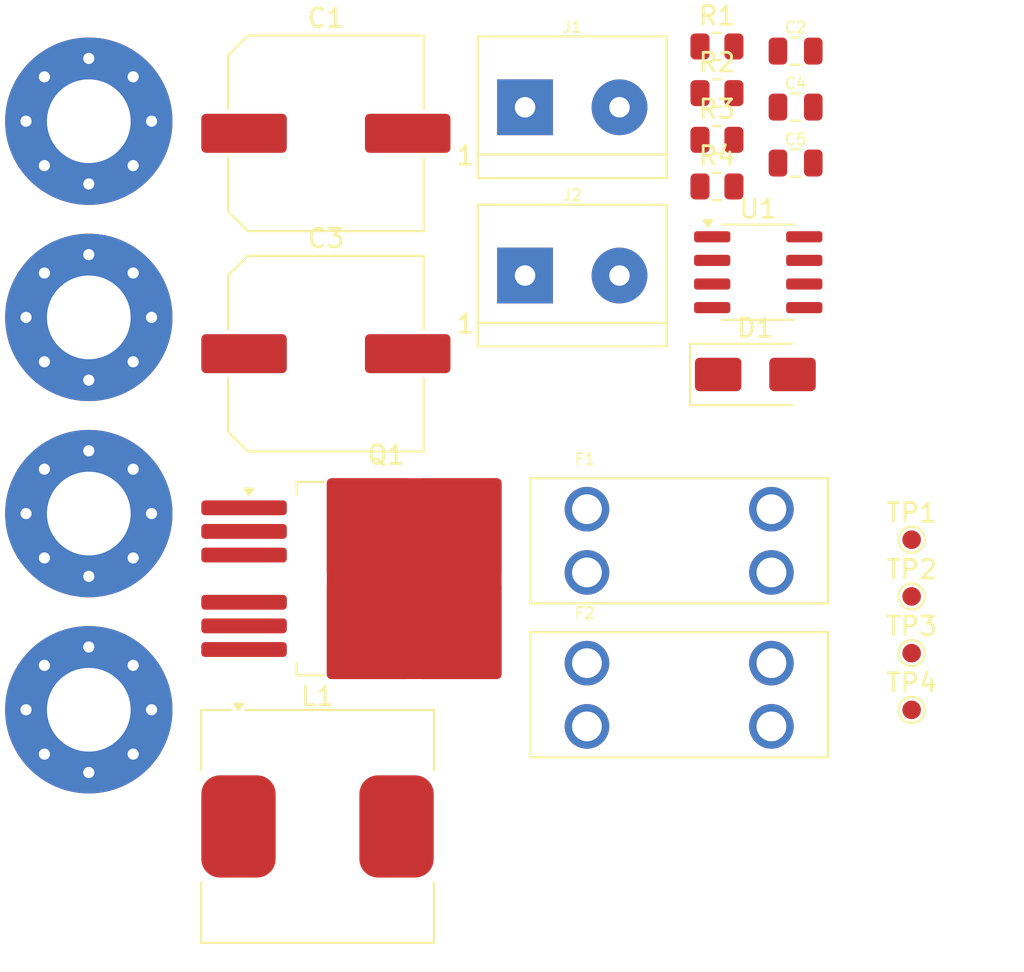
<source format=kicad_pcb>
(kicad_pcb (version 20240108) (generator "pcbnew") (generator_version "8.0")
  (layers (0 "F.Cu" signal) (31 "B.Cu" signal) (34 "B.Paste" user) (35 "F.Paste" user) (36 "B.SilkS" user "B.Silkscreen") (37 "F.SilkS" user "F.Silkscreen") (38 "B.Mask" user) (39 "F.Mask" user) (44 "Edge.Cuts" user))
  (net 0 "")
  (net 29 "Net-(Q1-S-Pad2)")
  (footprint "rsx_headers_screw:Molex_0398800302" (layer "F.Cu") (at 78.49 73.735)
    (property "Reference" "J2" (at 2.54 -4.318 0) (layer "F.SilkS") (effects (font (size 0.6 0.6) (thickness 0.1))))
    (property "Value" "Screw_Terminal_2x5.08")
    (fp_line (start -2.54 -3.81) (end -2.54 3.81) (stroke (width 0.12)) (layer "F.SilkS"))
    (fp_line (start -2.54 3.81) (end 7.62 3.81) (stroke (width 0.12)) (layer "F.SilkS"))
    (fp_line (start 7.62 -3.81) (end -2.54 -3.81) (stroke (width 0.12)) (layer "F.SilkS"))
    (fp_line (start 7.62 2.54) (end -2.54 2.54) (stroke (width 0.12)) (layer "F.SilkS"))
    (fp_line (start 7.62 3.81) (end 7.62 -3.81) (stroke (width 0.12)) (layer "F.SilkS"))
    (fp_text user "1" (at -3.2 2.6 0) (layer "F.SilkS"))
    (pad "1" thru_hole rect (at 0 0) (size 3 3) (drill 1.1) (layers "*.Cu" "*.Mask"))
    (pad "2" thru_hole circle (at 5.08 0) (size 3 3) (drill 1.1) (layers "*.Cu" "*.Mask"))
  )
  (footprint "rsx_misc:MountingHole_4.5mm_Pad_Via" (layer "F.Cu") (at 55.03 75.985)
    (property "Reference" "H2" (hide yes))
    (property "Value" "M4 PLATED")
    (pad "1" thru_hole circle (at -3.375 0) (size 0.9 0.9) (drill 0.6) (layers "*.Cu" "*.Mask"))
    (pad "1" thru_hole circle (at -2.386485 -2.386485) (size 0.9 0.9) (drill 0.6) (layers "*.Cu" "*.Mask"))
    (pad "1" thru_hole circle (at -2.386485 2.386485) (size 0.9 0.9) (drill 0.6) (layers "*.Cu" "*.Mask"))
    (pad "1" thru_hole circle (at 0 -3.375) (size 0.9 0.9) (drill 0.6) (layers "*.Cu" "*.Mask"))
    (pad "1" thru_hole circle (at 0 0) (size 9 9) (drill 4.5) (layers "*.Cu" "*.Mask"))
    (pad "1" thru_hole circle (at 0 3.375) (size 0.9 0.9) (drill 0.6) (layers "*.Cu" "*.Mask"))
    (pad "1" thru_hole circle (at 2.386485 -2.386485) (size 0.9 0.9) (drill 0.6) (layers "*.Cu" "*.Mask"))
    (pad "1" thru_hole circle (at 2.386485 2.386485) (size 0.9 0.9) (drill 0.6) (layers "*.Cu" "*.Mask"))
    (pad "1" thru_hole circle (at 3.375 0) (size 0.9 0.9) (drill 0.6) (layers "*.Cu" "*.Mask"))
  )
  (footprint "rsx_resistors:R_0805_2012Metric" (layer "F.Cu") (at 88.81 66.435)
    (property "Reference" "R3" (at 0 -1.65 0) (layer "F.SilkS"))
    (property "Value" "R")
    (fp_line (start -0.227064 -0.735) (end 0.227064 -0.735) (stroke (width 0.12)) (layer "F.SilkS"))
    (fp_line (start -0.227064 0.735) (end 0.227064 0.735) (stroke (width 0.12)) (layer "F.SilkS"))
    (pad "1" smd roundrect (at -0.9125 0) (size 1.025 1.4) (layers "F.Cu" "F.Paste" "F.Mask") (roundrect_rratio 0.243902))
    (pad "2" smd roundrect (at 0.9125 0) (size 1.025 1.4) (layers "F.Cu" "F.Paste" "F.Mask") (roundrect_rratio 0.243902))
  )
  (footprint "rsx_fuses:FUSE_3568-10" (layer "F.Cu") (at 86.78 88)
    (property "Reference" "F1" (at -5.075 -4.385 0) (layer "F.SilkS") (effects (font (size 0.6 0.6) (thickness 0.1) (bold yes))))
    (property "Value" "Fuse_Holder_Auto")
    (fp_line (start -8 -3.365) (end 8 -3.365) (stroke (width 0.127)) (layer "F.SilkS"))
    (fp_line (start -8 3.365) (end -8 -3.365) (stroke (width 0.127)) (layer "F.SilkS"))
    (fp_line (start 8 -3.365) (end 8 3.365) (stroke (width 0.127)) (layer "F.SilkS"))
    (fp_line (start 8 3.365) (end -8 3.365) (stroke (width 0.127)) (layer "F.SilkS"))
    (pad "1" thru_hole circle (at -4.96 -1.7) (size 2.4 2.4) (drill 1.6) (layers "*.Cu" "*.Mask"))
    (pad "1" thru_hole circle (at -4.96 1.7) (size 2.4 2.4) (drill 1.6) (layers "*.Cu" "*.Mask"))
    (pad "2" thru_hole circle (at 4.96 -1.7) (size 2.4 2.4) (drill 1.6) (layers "*.Cu" "*.Mask"))
    (pad "2" thru_hole circle (at 4.96 1.7) (size 2.4 2.4) (drill 1.6) (layers "*.Cu" "*.Mask"))
  )
  (footprint "rsx_misc:MountingHole_4.5mm_Pad_Via" (layer "F.Cu") (at 55.03 65.435)
    (property "Reference" "H1" (hide yes))
    (property "Value" "M4 PLATED")
    (pad "1" thru_hole circle (at -3.375 0) (size 0.9 0.9) (drill 0.6) (layers "*.Cu" "*.Mask"))
    (pad "1" thru_hole circle (at -2.386485 -2.386485) (size 0.9 0.9) (drill 0.6) (layers "*.Cu" "*.Mask"))
    (pad "1" thru_hole circle (at -2.386485 2.386485) (size 0.9 0.9) (drill 0.6) (layers "*.Cu" "*.Mask"))
    (pad "1" thru_hole circle (at 0 -3.375) (size 0.9 0.9) (drill 0.6) (layers "*.Cu" "*.Mask"))
    (pad "1" thru_hole circle (at 0 0) (size 9 9) (drill 4.5) (layers "*.Cu" "*.Mask"))
    (pad "1" thru_hole circle (at 0 3.375) (size 0.9 0.9) (drill 0.6) (layers "*.Cu" "*.Mask"))
    (pad "1" thru_hole circle (at 2.386485 -2.386485) (size 0.9 0.9) (drill 0.6) (layers "*.Cu" "*.Mask"))
    (pad "1" thru_hole circle (at 2.386485 2.386485) (size 0.9 0.9) (drill 0.6) (layers "*.Cu" "*.Mask"))
    (pad "1" thru_hole circle (at 3.375 0) (size 0.9 0.9) (drill 0.6) (layers "*.Cu" "*.Mask"))
  )
  (footprint "Capacitor_SMD:C_Elec_10x10.2" (layer "F.Cu") (at 67.78 66.085)
    (property "Reference" "C1" (at 0 -6.2 0) (layer "F.SilkS"))
    (property "Value" "C")
    (fp_line (start -5.26 -4.195563) (end -5.26 -1.31) (stroke (width 0.12)) (layer "F.SilkS"))
    (fp_line (start -5.26 -4.195563) (end -4.195563 -5.26) (stroke (width 0.12)) (layer "F.SilkS"))
    (fp_line (start -5.26 4.195563) (end -5.26 1.31) (stroke (width 0.12)) (layer "F.SilkS"))
    (fp_line (start -5.26 4.195563) (end -4.195563 5.26) (stroke (width 0.12)) (layer "F.SilkS"))
    (fp_line (start -4.195563 -5.26) (end 5.26 -5.26) (stroke (width 0.12)) (layer "F.SilkS"))
    (fp_line (start -4.195563 5.26) (end 5.26 5.26) (stroke (width 0.12)) (layer "F.SilkS"))
    (fp_line (start 5.26 -5.26) (end 5.26 -1.31) (stroke (width 0.12)) (layer "F.SilkS"))
    (fp_line (start 5.26 5.26) (end 5.26 1.31) (stroke (width 0.12)) (layer "F.SilkS"))
    (pad "1" smd roundrect (at -4.4 0) (size 4.6 2.1) (layers "F.Cu" "F.Paste" "F.Mask") (roundrect_rratio 0.119048))
    (pad "2" smd roundrect (at 4.4 0) (size 4.6 2.1) (layers "F.Cu" "F.Paste" "F.Mask") (roundrect_rratio 0.119048))
  )
  (footprint "TestPoint:TestPoint_Pad_D1.0mm" (layer "F.Cu") (at 99.28 87.94)
    (property "Reference" "TP1" (at 0 -1.448 0) (layer "F.SilkS"))
    (property "Value" "TestPoint_Small")
    (fp_circle (center 0 0) (end 0 0.7) (stroke (width 0.12)) (fill none) (layer "F.SilkS"))
    (pad "1" smd circle (at 0 0) (size 1 1) (layers "F.Cu" "F.Mask"))
  )
  (footprint "rsx_capacitors:C_0805_2012Metric" (layer "F.Cu") (at 93.04 64.675)
    (property "Reference" "C4" (at 0 -1.27 0) (layer "F.SilkS") (effects (font (size 0.6 0.6) (thickness 0.1))))
    (property "Value" "C")
    (fp_line (start -0.261252 -0.735) (end 0.261252 -0.735) (stroke (width 0.12)) (layer "F.SilkS"))
    (fp_line (start -0.261252 0.735) (end 0.261252 0.735) (stroke (width 0.12)) (layer "F.SilkS"))
    (pad "1" smd roundrect (at -0.95 0) (size 1 1.45) (layers "F.Cu" "F.Paste" "F.Mask"))
    (pad "2" smd roundrect (at 0.95 0) (size 1 1.45) (layers "F.Cu" "F.Paste" "F.Mask"))
  )
  (footprint "TestPoint:TestPoint_Pad_D1.0mm" (layer "F.Cu") (at 99.28 90.99)
    (property "Reference" "TP2" (at 0 -1.448 0) (layer "F.SilkS"))
    (property "Value" "TestPoint_Small")
    (fp_circle (center 0 0) (end 0 0.7) (stroke (width 0.12)) (fill none) (layer "F.SilkS"))
    (pad "1" smd circle (at 0 0) (size 1 1) (layers "F.Cu" "F.Mask"))
  )
  (footprint "rsx_resistors:R_0805_2012Metric" (layer "F.Cu") (at 88.81 63.925)
    (property "Reference" "R2" (at 0 -1.65 0) (layer "F.SilkS"))
    (property "Value" "R")
    (fp_line (start -0.227064 -0.735) (end 0.227064 -0.735) (stroke (width 0.12)) (layer "F.SilkS"))
    (fp_line (start -0.227064 0.735) (end 0.227064 0.735) (stroke (width 0.12)) (layer "F.SilkS"))
    (pad "1" smd roundrect (at -0.9125 0) (size 1.025 1.4) (layers "F.Cu" "F.Paste" "F.Mask") (roundrect_rratio 0.243902))
    (pad "2" smd roundrect (at 0.9125 0) (size 1.025 1.4) (layers "F.Cu" "F.Paste" "F.Mask") (roundrect_rratio 0.243902))
  )
  (footprint "Capacitor_SMD:C_Elec_10x10.2" (layer "F.Cu") (at 67.78 77.935)
    (property "Reference" "C3" (at 0 -6.2 0) (layer "F.SilkS"))
    (property "Value" "C")
    (fp_line (start -5.26 -4.195563) (end -5.26 -1.31) (stroke (width 0.12)) (layer "F.SilkS"))
    (fp_line (start -5.26 -4.195563) (end -4.195563 -5.26) (stroke (width 0.12)) (layer "F.SilkS"))
    (fp_line (start -5.26 4.195563) (end -5.26 1.31) (stroke (width 0.12)) (layer "F.SilkS"))
    (fp_line (start -5.26 4.195563) (end -4.195563 5.26) (stroke (width 0.12)) (layer "F.SilkS"))
    (fp_line (start -4.195563 -5.26) (end 5.26 -5.26) (stroke (width 0.12)) (layer "F.SilkS"))
    (fp_line (start -4.195563 5.26) (end 5.26 5.26) (stroke (width 0.12)) (layer "F.SilkS"))
    (fp_line (start 5.26 -5.26) (end 5.26 -1.31) (stroke (width 0.12)) (layer "F.SilkS"))
    (fp_line (start 5.26 5.26) (end 5.26 1.31) (stroke (width 0.12)) (layer "F.SilkS"))
    (pad "1" smd roundrect (at -4.4 0) (size 4.6 2.1) (layers "F.Cu" "F.Paste" "F.Mask") (roundrect_rratio 0.119048))
    (pad "2" smd roundrect (at 4.4 0) (size 4.6 2.1) (layers "F.Cu" "F.Paste" "F.Mask") (roundrect_rratio 0.119048))
  )
  (footprint "rsx_misc:MountingHole_4.5mm_Pad_Via" (layer "F.Cu") (at 55.03 97.085)
    (property "Reference" "H4" (hide yes))
    (property "Value" "M4 PLATED")
    (pad "1" thru_hole circle (at -3.375 0) (size 0.9 0.9) (drill 0.6) (layers "*.Cu" "*.Mask"))
    (pad "1" thru_hole circle (at -2.386485 -2.386485) (size 0.9 0.9) (drill 0.6) (layers "*.Cu" "*.Mask"))
    (pad "1" thru_hole circle (at -2.386485 2.386485) (size 0.9 0.9) (drill 0.6) (layers "*.Cu" "*.Mask"))
    (pad "1" thru_hole circle (at 0 -3.375) (size 0.9 0.9) (drill 0.6) (layers "*.Cu" "*.Mask"))
    (pad "1" thru_hole circle (at 0 0) (size 9 9) (drill 4.5) (layers "*.Cu" "*.Mask"))
    (pad "1" thru_hole circle (at 0 3.375) (size 0.9 0.9) (drill 0.6) (layers "*.Cu" "*.Mask"))
    (pad "1" thru_hole circle (at 2.386485 -2.386485) (size 0.9 0.9) (drill 0.6) (layers "*.Cu" "*.Mask"))
    (pad "1" thru_hole circle (at 2.386485 2.386485) (size 0.9 0.9) (drill 0.6) (layers "*.Cu" "*.Mask"))
    (pad "1" thru_hole circle (at 3.375 0) (size 0.9 0.9) (drill 0.6) (layers "*.Cu" "*.Mask"))
  )
  (footprint "rsx_capacitors:C_0805_2012Metric" (layer "F.Cu") (at 93.04 61.665)
    (property "Reference" "C2" (at 0 -1.27 0) (layer "F.SilkS") (effects (font (size 0.6 0.6) (thickness 0.1))))
    (property "Value" "C")
    (fp_line (start -0.261252 -0.735) (end 0.261252 -0.735) (stroke (width 0.12)) (layer "F.SilkS"))
    (fp_line (start -0.261252 0.735) (end 0.261252 0.735) (stroke (width 0.12)) (layer "F.SilkS"))
    (pad "1" smd roundrect (at -0.95 0) (size 1 1.45) (layers "F.Cu" "F.Paste" "F.Mask"))
    (pad "2" smd roundrect (at 0.95 0) (size 1 1.45) (layers "F.Cu" "F.Paste" "F.Mask"))
  )
  (footprint "Diode_SMD:D_SMA" (layer "F.Cu") (at 90.875 79.055)
    (property "Reference" "D1" (at 0 -2.5 0) (layer "F.SilkS"))
    (property "Value" "D_Schottky")
    (fp_line (start -3.51 -1.65) (end -3.51 1.65) (stroke (width 0.12)) (layer "F.SilkS"))
    (fp_line (start -3.51 -1.65) (end 2 -1.65) (stroke (width 0.12)) (layer "F.SilkS"))
    (fp_line (start -3.51 1.65) (end 2 1.65) (stroke (width 0.12)) (layer "F.SilkS"))
    (pad "1" smd roundrect (at -2 0) (size 2.5 1.8) (layers "F.Cu" "F.Paste" "F.Mask") (roundrect_rratio 0.1388888889))
    (pad "2" smd roundrect (at 2 0) (size 2.5 1.8) (layers "F.Cu" "F.Paste" "F.Mask") (roundrect_rratio 0.1388888889))
  )
  (footprint "rsx_misc:MountingHole_4.5mm_Pad_Via" (layer "F.Cu") (at 55.03 86.535)
    (property "Reference" "H3" (hide yes))
    (property "Value" "M4 PLATED")
    (pad "1" thru_hole circle (at -3.375 0) (size 0.9 0.9) (drill 0.6) (layers "*.Cu" "*.Mask"))
    (pad "1" thru_hole circle (at -2.386485 -2.386485) (size 0.9 0.9) (drill 0.6) (layers "*.Cu" "*.Mask"))
    (pad "1" thru_hole circle (at -2.386485 2.386485) (size 0.9 0.9) (drill 0.6) (layers "*.Cu" "*.Mask"))
    (pad "1" thru_hole circle (at 0 -3.375) (size 0.9 0.9) (drill 0.6) (layers "*.Cu" "*.Mask"))
    (pad "1" thru_hole circle (at 0 0) (size 9 9) (drill 4.5) (layers "*.Cu" "*.Mask"))
    (pad "1" thru_hole circle (at 0 3.375) (size 0.9 0.9) (drill 0.6) (layers "*.Cu" "*.Mask"))
    (pad "1" thru_hole circle (at 2.386485 -2.386485) (size 0.9 0.9) (drill 0.6) (layers "*.Cu" "*.Mask"))
    (pad "1" thru_hole circle (at 2.386485 2.386485) (size 0.9 0.9) (drill 0.6) (layers "*.Cu" "*.Mask"))
    (pad "1" thru_hole circle (at 3.375 0) (size 0.9 0.9) (drill 0.6) (layers "*.Cu" "*.Mask"))
  )
  (footprint "Inductor_SMD:L_Coilcraft_MSS1260H-XXX" (layer "F.Cu") (at 67.33 103.36)
    (property "Reference" "L1" (at 0 -7 0) (layer "F.SilkS"))
    (property "Value" "L")
    (fp_line (start -6.26 -6.26) (end -6.26 -3.01) (stroke (width 0.12)) (layer "F.SilkS"))
    (fp_line (start -6.26 -6.26) (end -4.61 -6.26) (stroke (width 0.12)) (layer "F.SilkS"))
    (fp_line (start -6.26 6.26) (end -6.26 3.01) (stroke (width 0.12)) (layer "F.SilkS"))
    (fp_line (start -6.26 6.26) (end 6.26 6.26) (stroke (width 0.12)) (layer "F.SilkS"))
    (fp_line (start -3.89 -6.26) (end 6.26 -6.26) (stroke (width 0.12)) (layer "F.SilkS"))
    (fp_line (start 6.26 -6.26) (end 6.26 -3.01) (stroke (width 0.12)) (layer "F.SilkS"))
    (fp_line (start 6.26 6.26) (end 6.26 3.01) (stroke (width 0.12)) (layer "F.SilkS"))
    (fp_poly (pts (xy -4.25 -6.26) (xy -4.49 -6.59) (xy -4.01 -6.59) (xy -4.25 -6.26)) (stroke (width 0.12)) (fill solid) (layer "F.SilkS"))
    (pad "1" smd roundrect (at -4.25 0) (size 4 5.5) (layers "F.Cu" "F.Paste" "F.Mask"))
    (pad "2" smd roundrect (at 4.25 0) (size 4 5.5) (layers "F.Cu" "F.Paste" "F.Mask"))
  )
  (footprint "Package_TO_SOT_SMD:TO-263-6" (layer "F.Cu") (at 71.03 90.035)
    (property "Reference" "Q1" (at 0 -6.65 0) (layer "F.SilkS"))
    (property "Value" "IPB180N10S4-02")
    (fp_line (start -4.825 -5.2) (end -4.825 -4.51) (stroke (width 0.12)) (layer "F.SilkS"))
    (fp_line (start -4.825 5.2) (end -4.825 4.51) (stroke (width 0.12)) (layer "F.SilkS"))
    (fp_line (start -3.325 -5.2) (end -4.825 -5.2) (stroke (width 0.12)) (layer "F.SilkS"))
    (fp_line (start -3.325 5.2) (end -4.825 5.2) (stroke (width 0.12)) (layer "F.SilkS"))
    (fp_poly (pts (xy -7.3875 -4.51) (xy -7.6275 -4.84) (xy -7.1475 -4.84) (xy -7.3875 -4.51)) (stroke (width 0.12)) (fill solid) (layer "F.SilkS"))
    (pad "1" smd roundrect (at -7.65 -3.81) (size 4.6 0.8) (layers "F.Cu" "F.Paste" "F.Mask"))
    (pad "2" smd roundrect (at -7.65 -2.54) (size 4.6 0.8) (layers "F.Cu" "F.Paste" "F.Mask") (net 29 "Net-(Q1-S-Pad2)"))
    (pad "3" smd roundrect (at -7.65 -1.27) (size 4.6 0.8) (layers "F.Cu" "F.Paste" "F.Mask") (net 29 "Net-(Q1-S-Pad2)"))
    (pad "4" smd roundrect (at -0.925 -2.775) (size 4.55 5.25) (layers "F.Cu" "F.Paste") (roundrect_rratio 0.054945))
    (pad "4" smd roundrect (at -0.925 2.775) (size 4.55 5.25) (layers "F.Cu" "F.Paste") (roundrect_rratio 0.054945))
    (pad "4" smd roundrect (at 1.5 0) (size 9.4 10.8) (layers "F.Cu" "F.Mask") (roundrect_rratio 0.026596))
    (pad "4" smd roundrect (at 3.925 -2.775) (size 4.55 5.25) (layers "F.Cu" "F.Paste") (roundrect_rratio 0.054945))
    (pad "4" smd roundrect (at 3.925 2.775) (size 4.55 5.25) (layers "F.Cu" "F.Paste") (roundrect_rratio 0.054945))
    (pad "5" smd roundrect (at -7.65 1.27) (size 4.6 0.8) (layers "F.Cu" "F.Paste" "F.Mask") (net 29 "Net-(Q1-S-Pad2)"))
    (pad "6" smd roundrect (at -7.65 2.54) (size 4.6 0.8) (layers "F.Cu" "F.Paste" "F.Mask") (net 29 "Net-(Q1-S-Pad2)"))
    (pad "7" smd roundrect (at -7.65 3.81) (size 4.6 0.8) (layers "F.Cu" "F.Paste" "F.Mask") (net 29 "Net-(Q1-S-Pad2)"))
  )
  (footprint "rsx_capacitors:C_0805_2012Metric" (layer "F.Cu") (at 93.04 67.685)
    (property "Reference" "C5" (at 0 -1.27 0) (layer "F.SilkS") (effects (font (size 0.6 0.6) (thickness 0.1))))
    (property "Value" "C")
    (fp_line (start -0.261252 -0.735) (end 0.261252 -0.735) (stroke (width 0.12)) (layer "F.SilkS"))
    (fp_line (start -0.261252 0.735) (end 0.261252 0.735) (stroke (width 0.12)) (layer "F.SilkS"))
    (pad "1" smd roundrect (at -0.95 0) (size 1 1.45) (layers "F.Cu" "F.Paste" "F.Mask"))
    (pad "2" smd roundrect (at 0.95 0) (size 1 1.45) (layers "F.Cu" "F.Paste" "F.Mask"))
  )
  (footprint "rsx_headers_screw:Molex_0398800302" (layer "F.Cu") (at 78.49 64.685)
    (property "Reference" "J1" (at 2.54 -4.318 0) (layer "F.SilkS") (effects (font (size 0.6 0.6) (thickness 0.1))))
    (property "Value" "Screw_Terminal_2x5.08")
    (fp_line (start -2.54 -3.81) (end -2.54 3.81) (stroke (width 0.12)) (layer "F.SilkS"))
    (fp_line (start -2.54 3.81) (end 7.62 3.81) (stroke (width 0.12)) (layer "F.SilkS"))
    (fp_line (start 7.62 -3.81) (end -2.54 -3.81) (stroke (width 0.12)) (layer "F.SilkS"))
    (fp_line (start 7.62 2.54) (end -2.54 2.54) (stroke (width 0.12)) (layer "F.SilkS"))
    (fp_line (start 7.62 3.81) (end 7.62 -3.81) (stroke (width 0.12)) (layer "F.SilkS"))
    (fp_text user "1" (at -3.2 2.6 0) (layer "F.SilkS"))
    (pad "1" thru_hole rect (at 0 0) (size 3 3) (drill 1.1) (layers "*.Cu" "*.Mask"))
    (pad "2" thru_hole circle (at 5.08 0) (size 3 3) (drill 1.1) (layers "*.Cu" "*.Mask"))
  )
  (footprint "rsx_fuses:FUSE_3568-10" (layer "F.Cu") (at 86.78 96.28)
    (property "Reference" "F2" (at -5.075 -4.385 0) (layer "F.SilkS") (effects (font (size 0.6 0.6) (thickness 0.1) (bold yes))))
    (property "Value" "Fuse_Holder_Auto")
    (fp_line (start -8 -3.365) (end 8 -3.365) (stroke (width 0.127)) (layer "F.SilkS"))
    (fp_line (start -8 3.365) (end -8 -3.365) (stroke (width 0.127)) (layer "F.SilkS"))
    (fp_line (start 8 -3.365) (end 8 3.365) (stroke (width 0.127)) (layer "F.SilkS"))
    (fp_line (start 8 3.365) (end -8 3.365) (stroke (width 0.127)) (layer "F.SilkS"))
    (pad "1" thru_hole circle (at -4.96 -1.7) (size 2.4 2.4) (drill 1.6) (layers "*.Cu" "*.Mask"))
    (pad "1" thru_hole circle (at -4.96 1.7) (size 2.4 2.4) (drill 1.6) (layers "*.Cu" "*.Mask"))
    (pad "2" thru_hole circle (at 4.96 -1.7) (size 2.4 2.4) (drill 1.6) (layers "*.Cu" "*.Mask"))
    (pad "2" thru_hole circle (at 4.96 1.7) (size 2.4 2.4) (drill 1.6) (layers "*.Cu" "*.Mask"))
  )
  (footprint "TestPoint:TestPoint_Pad_D1.0mm" (layer "F.Cu") (at 99.28 97.09)
    (property "Reference" "TP4" (at 0 -1.448 0) (layer "F.SilkS"))
    (property "Value" "TestPoint_Small")
    (fp_circle (center 0 0) (end 0 0.7) (stroke (width 0.12)) (fill none) (layer "F.SilkS"))
    (pad "1" smd circle (at 0 0) (size 1 1) (layers "F.Cu" "F.Mask"))
  )
  (footprint "rsx_resistors:R_0805_2012Metric" (layer "F.Cu") (at 88.81 61.415)
    (property "Reference" "R1" (at 0 -1.65 0) (layer "F.SilkS"))
    (property "Value" "R")
    (fp_line (start -0.227064 -0.735) (end 0.227064 -0.735) (stroke (width 0.12)) (layer "F.SilkS"))
    (fp_line (start -0.227064 0.735) (end 0.227064 0.735) (stroke (width 0.12)) (layer "F.SilkS"))
    (pad "1" smd roundrect (at -0.9125 0) (size 1.025 1.4) (layers "F.Cu" "F.Paste" "F.Mask") (roundrect_rratio 0.243902))
    (pad "2" smd roundrect (at 0.9125 0) (size 1.025 1.4) (layers "F.Cu" "F.Paste" "F.Mask") (roundrect_rratio 0.243902))
  )
  (footprint "Package_SO:SOIC-8_3.9x4.9mm_P1.27mm" (layer "F.Cu") (at 91.03 73.555)
    (property "Reference" "U1" (at 0 -3.4 0) (layer "F.SilkS"))
    (property "Value" "LM3478MA")
    (fp_line (start 0 -2.56) (end -1.95 -2.56) (stroke (width 0.12)) (layer "F.SilkS"))
    (fp_line (start 0 -2.56) (end 1.95 -2.56) (stroke (width 0.12)) (layer "F.SilkS"))
    (fp_line (start 0 2.56) (end -1.95 2.56) (stroke (width 0.12)) (layer "F.SilkS"))
    (fp_line (start 0 2.56) (end 1.95 2.56) (stroke (width 0.12)) (layer "F.SilkS"))
    (fp_poly (pts (xy -2.7 -2.465) (xy -2.94 -2.795) (xy -2.46 -2.795) (xy -2.7 -2.465)) (stroke (width 0.12)) (fill solid) (layer "F.SilkS"))
    (pad "1" smd roundrect (at -2.475 -1.905) (size 1.95 0.6) (layers "F.Cu" "F.Paste" "F.Mask"))
    (pad "2" smd roundrect (at -2.475 -0.635) (size 1.95 0.6) (layers "F.Cu" "F.Paste" "F.Mask"))
    (pad "3" smd roundrect (at -2.475 0.635) (size 1.95 0.6) (layers "F.Cu" "F.Paste" "F.Mask"))
    (pad "4" smd roundrect (at -2.475 1.905) (size 1.95 0.6) (layers "F.Cu" "F.Paste" "F.Mask"))
    (pad "5" smd roundrect (at 2.475 1.905) (size 1.95 0.6) (layers "F.Cu" "F.Paste" "F.Mask"))
    (pad "6" smd roundrect (at 2.475 0.635) (size 1.95 0.6) (layers "F.Cu" "F.Paste" "F.Mask"))
    (pad "7" smd roundrect (at 2.475 -0.635) (size 1.95 0.6) (layers "F.Cu" "F.Paste" "F.Mask"))
    (pad "8" smd roundrect (at 2.475 -1.905) (size 1.95 0.6) (layers "F.Cu" "F.Paste" "F.Mask"))
  )
  (footprint "TestPoint:TestPoint_Pad_D1.0mm" (layer "F.Cu") (at 99.28 94.04)
    (property "Reference" "TP3" (at 0 -1.448 0) (layer "F.SilkS"))
    (property "Value" "TestPoint_Small")
    (fp_circle (center 0 0) (end 0 0.7) (stroke (width 0.12)) (fill none) (layer "F.SilkS"))
    (pad "1" smd circle (at 0 0) (size 1 1) (layers "F.Cu" "F.Mask"))
  )
  (footprint "rsx_resistors:R_0805_2012Metric" (layer "F.Cu") (at 88.81 68.945)
    (property "Reference" "R4" (at 0 -1.65 0) (layer "F.SilkS"))
    (property "Value" "R")
    (fp_line (start -0.227064 -0.735) (end 0.227064 -0.735) (stroke (width 0.12)) (layer "F.SilkS"))
    (fp_line (start -0.227064 0.735) (end 0.227064 0.735) (stroke (width 0.12)) (layer "F.SilkS"))
    (pad "1" smd roundrect (at -0.9125 0) (size 1.025 1.4) (layers "F.Cu" "F.Paste" "F.Mask") (roundrect_rratio 0.243902))
    (pad "2" smd roundrect (at 0.9125 0) (size 1.025 1.4) (layers "F.Cu" "F.Paste" "F.Mask") (roundrect_rratio 0.243902))
  )
)
</source>
